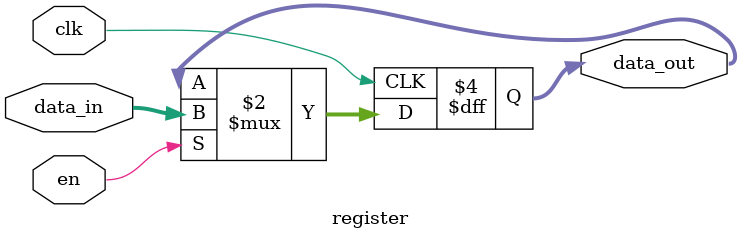
<source format=sv>
module register(clk, en, data_in, data_out);

  parameter bits = 4;

  input clk, en;
  input [bits-1:0] data_in;
  output [bits-1:0] data_out;

  reg [bits-1:0] data_out;

  always @ (posedge clk)
    if (en)
      data_out <= data_in;
    
endmodule

</source>
